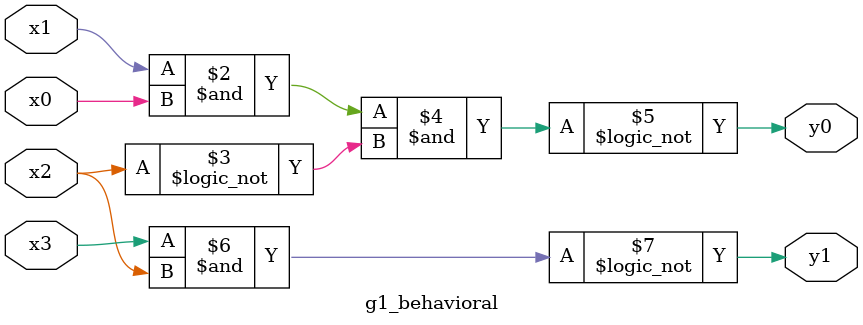
<source format=v>
`timescale 1ns / 1ps
module g1_behavioral(input x0,x1,x2,x3, output reg y0, y1);

	always @(*) begin
		y0 = !(x1 & x0 & !x2);
		y1 = !(x3 & x2);
	end

endmodule

</source>
